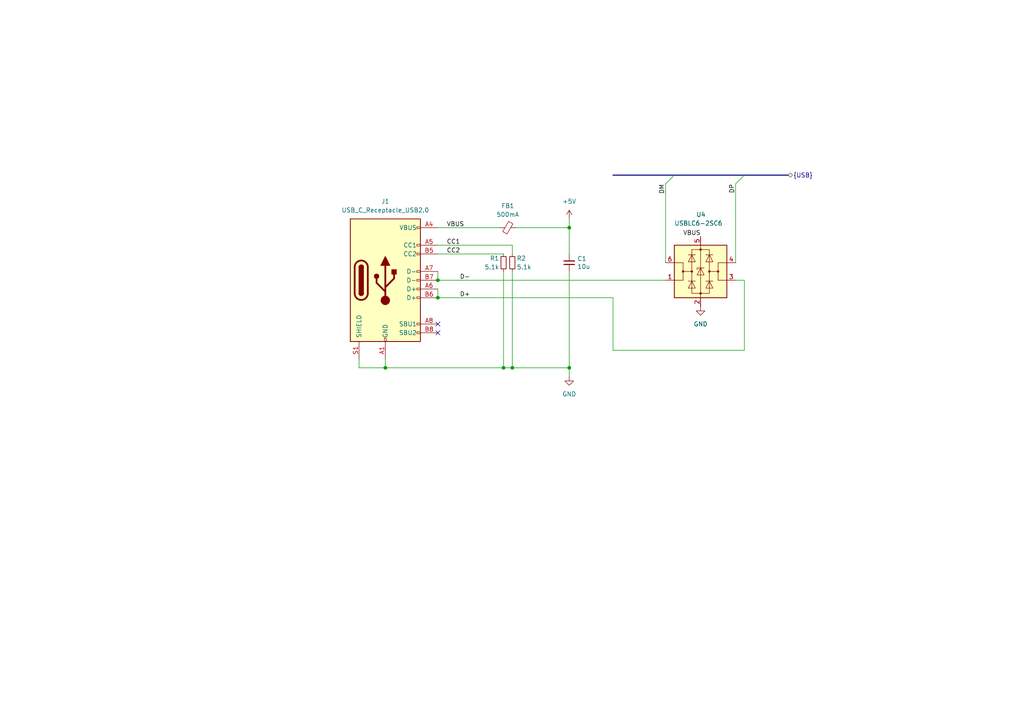
<source format=kicad_sch>
(kicad_sch (version 20211123) (generator eeschema)
  (paper "A4")
  (lib_symbols
    (symbol "Connector:USB_C_Receptacle_USB2.0" (pin_names (offset 1.016))
      (property "Reference" "J" (at -10.16 19.05 0))
      (property "Value" "USB_C_Receptacle_USB2.0" (at 19.05 19.05 0))
      (symbol "USB_C_Receptacle_USB2.0_0_0"
        (rectangle (start -0.254 -17.78) (end 0.254 -16.764))
        (rectangle (start 10.16 -14.986) (end 9.144 -15.494))
        (rectangle (start 10.16 -12.446) (end 9.144 -12.954))
        (rectangle (start 10.16 -4.826) (end 9.144 -5.334))
        (rectangle (start 10.16 -2.286) (end 9.144 -2.794))
        (rectangle (start 10.16 0.254) (end 9.144 -0.254))
        (rectangle (start 10.16 2.794) (end 9.144 2.286))
        (rectangle (start 10.16 7.874) (end 9.144 7.366))
        (rectangle (start 10.16 10.414) (end 9.144 9.906))
        (rectangle (start 10.16 15.494) (end 9.144 14.986))
      )
      (symbol "USB_C_Receptacle_USB2.0_0_1"
        (rectangle (start -10.16 17.78) (end 10.16 -17.78) (stroke (width 0.254)) (fill (type background)))
        (arc (start -8.89 -3.81) (mid -6.985 -5.715) (end -5.08 -3.81) (stroke (width 0.508)))
        (arc (start -7.62 -3.81) (mid -6.985 -4.445) (end -6.35 -3.81) (stroke (width 0.254)))
        (arc (start -7.62 -3.81) (mid -6.985 -4.445) (end -6.35 -3.81) (stroke (width 0.254)) (fill (type outline)))
        (rectangle (start -7.62 -3.81) (end -6.35 3.81) (stroke (width 0.254)) (fill (type outline)))
        (arc (start -6.35 3.81) (mid -6.985 4.445) (end -7.62 3.81) (stroke (width 0.254)))
        (arc (start -6.35 3.81) (mid -6.985 4.445) (end -7.62 3.81) (stroke (width 0.254)) (fill (type outline)))
        (arc (start -5.08 3.81) (mid -6.985 5.715) (end -8.89 3.81) (stroke (width 0.508)))
        (circle (center -2.54 1.143) (radius 0.635) (stroke (width 0.254)) (fill (type outline)))
        (circle (center 0 -5.842) (radius 1.27) (fill (type outline)))
        (polyline (pts (xy -8.89 -3.81) (xy -8.89 3.81)) (stroke (width 0.508)))
        (polyline (pts (xy -5.08 3.81) (xy -5.08 -3.81)) (stroke (width 0.508)))
        (polyline (pts (xy 0 -5.842) (xy 0 4.318)) (stroke (width 0.508)))
        (polyline (pts (xy 0 -3.302) (xy -2.54 -0.762) (xy -2.54 0.508)) (stroke (width 0.508)))
        (polyline (pts (xy 0 -2.032) (xy 2.54 0.508) (xy 2.54 1.778)) (stroke (width 0.508)))
        (polyline (pts (xy -1.27 4.318) (xy 0 6.858) (xy 1.27 4.318) (xy -1.27 4.318)) (stroke (width 0.254)) (fill (type outline)))
        (rectangle (start 1.905 1.778) (end 3.175 3.048) (stroke (width 0.254)) (fill (type outline)))
      )
      (symbol "USB_C_Receptacle_USB2.0_1_1"
        (pin passive line (at 0 -22.86 90) (length 5.08) (name "GND") (number "A1"))
        (pin passive line (at 0 -22.86 90) (length 5.08) hide (name "GND") (number "A12"))
        (pin passive line (at 15.24 15.24 180) (length 5.08) (name "VBUS") (number "A4"))
        (pin bidirectional line (at 15.24 10.16 180) (length 5.08) (name "CC1") (number "A5"))
        (pin bidirectional line (at 15.24 -2.54 180) (length 5.08) (name "D+") (number "A6"))
        (pin bidirectional line (at 15.24 2.54 180) (length 5.08) (name "D-") (number "A7"))
        (pin bidirectional line (at 15.24 -12.7 180) (length 5.08) (name "SBU1") (number "A8"))
        (pin passive line (at 15.24 15.24 180) (length 5.08) hide (name "VBUS") (number "A9"))
        (pin passive line (at 0 -22.86 90) (length 5.08) hide (name "GND") (number "B1"))
        (pin passive line (at 0 -22.86 90) (length 5.08) hide (name "GND") (number "B12"))
        (pin passive line (at 15.24 15.24 180) (length 5.08) hide (name "VBUS") (number "B4"))
        (pin bidirectional line (at 15.24 7.62 180) (length 5.08) (name "CC2") (number "B5"))
        (pin bidirectional line (at 15.24 -5.08 180) (length 5.08) (name "D+") (number "B6"))
        (pin bidirectional line (at 15.24 0 180) (length 5.08) (name "D-") (number "B7"))
        (pin bidirectional line (at 15.24 -15.24 180) (length 5.08) (name "SBU2") (number "B8"))
        (pin passive line (at 15.24 15.24 180) (length 5.08) hide (name "VBUS") (number "B9"))
        (pin passive line (at -7.62 -22.86 90) (length 5.08) (name "SHIELD") (number "S1"))
      )
    )
    (symbol "Device:C_Small" (pin_numbers hide) (pin_names (offset 0.254) hide)
      (property "Reference" "C" (at 0.254 1.778 0))
      (property "Value" "C_Small" (at 0.254 -2.032 0))
      (symbol "C_Small_0_1"
        (polyline (pts (xy -1.524 -0.508) (xy 1.524 -0.508)) (stroke (width 0.3302)))
        (polyline (pts (xy -1.524 0.508) (xy 1.524 0.508)) (stroke (width 0.3048)))
      )
      (symbol "C_Small_1_1"
        (pin passive line (at 0 2.54 270) (length 2.032) (name "~") (number "1"))
        (pin passive line (at 0 -2.54 90) (length 2.032) (name "~") (number "2"))
      )
    )
    (symbol "Device:FerriteBead_Small" (pin_numbers hide) (pin_names (offset 0))
      (property "Reference" "FB" (at 1.905 1.27 0))
      (property "Value" "FerriteBead_Small" (at 1.905 -1.27 0))
      (symbol "FerriteBead_Small_0_1"
        (polyline (pts (xy 0 -1.27) (xy 0 -0.7874)))
        (polyline (pts (xy 0 0.889) (xy 0 1.2954)))
        (polyline (pts (xy -1.8288 0.2794) (xy -1.1176 1.4986) (xy 1.8288 -0.2032) (xy 1.1176 -1.4224) (xy -1.8288 0.2794)))
      )
      (symbol "FerriteBead_Small_1_1"
        (pin passive line (at 0 2.54 270) (length 1.27) (name "~") (number "1"))
        (pin passive line (at 0 -2.54 90) (length 1.27) (name "~") (number "2"))
      )
    )
    (symbol "Device:R_Small" (pin_numbers hide) (pin_names (offset 0.254) hide)
      (property "Reference" "R" (at 0.762 0.508 0))
      (property "Value" "R_Small" (at 0.762 -1.016 0))
      (symbol "R_Small_0_1"
        (rectangle (start -0.762 1.778) (end 0.762 -1.778) (stroke (width 0.2032)))
      )
      (symbol "R_Small_1_1"
        (pin passive line (at 0 2.54 270) (length 0.762) (name "~") (number "1"))
        (pin passive line (at 0 -2.54 90) (length 0.762) (name "~") (number "2"))
      )
    )
    (symbol "Power_Protection:USBLC6-2SC6" (pin_names hide)
      (property "Reference" "U" (at 2.54 8.89 0))
      (property "Value" "USBLC6-2SC6" (at 2.54 -8.89 0))
      (symbol "USBLC6-2SC6_0_1"
        (rectangle (start -7.62 -7.62) (end 7.62 7.62) (stroke (width 0.254)) (fill (type background)))
        (circle (center -5.08 0) (radius 0.254) (fill (type outline)))
        (circle (center -2.54 0) (radius 0.254) (fill (type outline)))
        (rectangle (start -2.54 6.35) (end 2.54 -6.35))
        (circle (center 0 -6.35) (radius 0.254) (fill (type outline)))
        (polyline (pts (xy -5.08 -2.54) (xy -7.62 -2.54)))
        (polyline (pts (xy -5.08 0) (xy -5.08 -2.54)))
        (polyline (pts (xy -5.08 2.54) (xy -7.62 2.54)))
        (polyline (pts (xy -1.524 -2.794) (xy -3.556 -2.794)))
        (polyline (pts (xy -1.524 4.826) (xy -3.556 4.826)))
        (polyline (pts (xy 0 -7.62) (xy 0 -6.35)))
        (polyline (pts (xy 0 -6.35) (xy 0 1.27)))
        (polyline (pts (xy 0 1.27) (xy 0 6.35)))
        (polyline (pts (xy 0 6.35) (xy 0 7.62)))
        (polyline (pts (xy 1.524 -2.794) (xy 3.556 -2.794)))
        (polyline (pts (xy 1.524 4.826) (xy 3.556 4.826)))
        (polyline (pts (xy 5.08 -2.54) (xy 7.62 -2.54)))
        (polyline (pts (xy 5.08 0) (xy 5.08 -2.54)))
        (polyline (pts (xy 5.08 2.54) (xy 7.62 2.54)))
        (polyline (pts (xy -2.54 0) (xy -5.08 0) (xy -5.08 2.54)))
        (polyline (pts (xy 2.54 0) (xy 5.08 0) (xy 5.08 2.54)))
        (polyline (pts (xy -3.556 -4.826) (xy -1.524 -4.826) (xy -2.54 -2.794) (xy -3.556 -4.826)))
        (polyline (pts (xy -3.556 2.794) (xy -1.524 2.794) (xy -2.54 4.826) (xy -3.556 2.794)))
        (polyline (pts (xy -1.016 -1.016) (xy 1.016 -1.016) (xy 0 1.016) (xy -1.016 -1.016)))
        (polyline (pts (xy 1.016 1.016) (xy 0.762 1.016) (xy -1.016 1.016) (xy -1.016 0.508)))
        (polyline (pts (xy 3.556 -4.826) (xy 1.524 -4.826) (xy 2.54 -2.794) (xy 3.556 -4.826)))
        (polyline (pts (xy 3.556 2.794) (xy 1.524 2.794) (xy 2.54 4.826) (xy 3.556 2.794)))
        (circle (center 0 6.35) (radius 0.254) (fill (type outline)))
        (circle (center 2.54 0) (radius 0.254) (fill (type outline)))
        (circle (center 5.08 0) (radius 0.254) (fill (type outline)))
      )
      (symbol "USBLC6-2SC6_1_1"
        (pin passive line (at -10.16 -2.54 0) (length 2.54) (name "I/O1") (number "1"))
        (pin passive line (at 0 -10.16 90) (length 2.54) (name "GND") (number "2"))
        (pin passive line (at 10.16 -2.54 180) (length 2.54) (name "I/O2") (number "3"))
        (pin passive line (at 10.16 2.54 180) (length 2.54) (name "I/O2") (number "4"))
        (pin passive line (at 0 10.16 270) (length 2.54) (name "VBUS") (number "5"))
        (pin passive line (at -10.16 2.54 0) (length 2.54) (name "I/O1") (number "6"))
      )
    )
    (symbol "power:+5V" (power) (pin_names (offset 0))
      (property "Value" "+5V" (at 0 3.556 0))
      (symbol "+5V_0_1"
        (polyline (pts (xy -0.762 1.27) (xy 0 2.54)))
        (polyline (pts (xy 0 0) (xy 0 2.54)))
        (polyline (pts (xy 0 2.54) (xy 0.762 1.27)))
      )
      (symbol "+5V_1_1"
        (pin power_in line (at 0 0 90) (length 0) hide (name "+5V") (number "1"))
      )
    )
    (symbol "power:GND" (power) (pin_names (offset 0))
      (property "Value" "GND" (at 0 -3.81 0))
      (symbol "GND_0_1"
        (polyline (pts (xy 0 0) (xy 0 -1.27) (xy 1.27 -1.27) (xy 0 -2.54) (xy -1.27 -1.27) (xy 0 -1.27)))
      )
      (symbol "GND_1_1"
        (pin power_in line (at 0 0 270) (length 0) hide (name "GND") (number "1"))
      )
    )
  )
  (junction (at 148.59 106.68))
  (junction (at 165.1 106.68))
  (junction (at 111.76 106.68))
  (junction (at 165.1 66.04))
  (junction (at 146.05 106.68))
  (junction (at 127 81.28))
  (junction (at 127 86.36))
  (no_connect (at 127 96.52))
  (no_connect (at 127 93.98))
  (bus_entry (at 193.04 53.34) (size 2.54 -2.54))
  (bus_entry (at 213.36 53.34) (size 2.54 -2.54))
  (wire (pts (xy 148.59 106.68) (xy 165.1 106.68)))
  (wire (pts (xy 127 83.82) (xy 127 86.36)))
  (wire (pts (xy 104.14 106.68) (xy 111.76 106.68)))
  (wire (pts (xy 165.1 66.04) (xy 165.1 73.66)))
  (wire (pts (xy 111.76 106.68) (xy 111.76 104.14)))
  (wire (pts (xy 127 86.36) (xy 177.8 86.36)))
  (bus (pts (xy 177.8 50.8) (xy 195.58 50.8)))
  (wire (pts (xy 148.59 78.74) (xy 148.59 106.68)))
  (bus (pts (xy 215.9 50.8) (xy 228.6 50.8)))
  (wire (pts (xy 177.8 101.6) (xy 215.9 101.6)))
  (wire (pts (xy 104.14 106.68) (xy 104.14 104.14)))
  (wire (pts (xy 127 78.74) (xy 127 81.28)))
  (wire (pts (xy 148.59 71.12) (xy 148.59 73.66)))
  (wire (pts (xy 215.9 81.28) (xy 213.36 81.28)))
  (wire (pts (xy 127 81.28) (xy 193.04 81.28)))
  (bus (pts (xy 195.58 50.8) (xy 215.9 50.8)))
  (wire (pts (xy 148.59 106.68) (xy 146.05 106.68)))
  (wire (pts (xy 165.1 109.22) (xy 165.1 106.68)))
  (wire (pts (xy 127 66.04) (xy 144.78 66.04)))
  (wire (pts (xy 146.05 78.74) (xy 146.05 106.68)))
  (wire (pts (xy 215.9 101.6) (xy 215.9 81.28)))
  (wire (pts (xy 165.1 63.5) (xy 165.1 66.04)))
  (wire (pts (xy 127 73.66) (xy 146.05 73.66)))
  (wire (pts (xy 127 71.12) (xy 148.59 71.12)))
  (wire (pts (xy 146.05 106.68) (xy 111.76 106.68)))
  (wire (pts (xy 213.36 53.34) (xy 213.36 76.2)))
  (wire (pts (xy 165.1 78.74) (xy 165.1 106.68)))
  (wire (pts (xy 193.04 53.34) (xy 193.04 76.2)))
  (wire (pts (xy 177.8 86.36) (xy 177.8 101.6)))
  (wire (pts (xy 149.86 66.04) (xy 165.1 66.04)))
  (label "D+" (at 133.35 86.36 0))
  (label "VBUS" (at 203.2 68.58 180))
  (label "DP" (at 213.36 53.34 270))
  (label "VBUS" (at 129.54 66.04 0))
  (label "DM" (at 193.04 53.34 270))
  (label "CC1" (at 129.54 71.12 0))
  (label "D-" (at 133.35 81.28 0))
  (label "CC2" (at 129.54 73.66 0))
  (hierarchical_label "{USB}" (shape bidirectional) (at 228.6 50.8 0))
  (symbol (lib_id "power:GND") (at 203.2 88.9 0) (unit 1)
    (property "Reference" "#PWR034" (effects hide))
    (property "Value" "GND" (at 203.2 93.98 0))
  )
  (symbol (lib_id "power:GND") (at 165.1 109.22 0) (unit 1)
    (property "Reference" "#PWR02" (effects hide))
    (property "Value" "GND" (at 165.1 114.3 0))
  )
  (symbol (lib_id "Device:R_Small") (at 148.59 76.2 180) (unit 1)
    (property "Reference" "R2" (at 149.86 74.93 0) (effects (justify right)))
    (property "Value" "5.1k" (at 149.86 77.47 0) (effects (justify right)))
    (property "Footprint" "Resistor_SMD:R_0603_1608Metric" (effects hide))
  )
  (symbol (lib_id "Device:FerriteBead_Small") (at 147.32 66.04 90) (unit 1)
    (property "Reference" "FB1" (at 147.2819 59.69 90))
    (property "Value" "500mA" (at 147.2819 62.23 90))
    (property "Footprint" "Inductor_SMD:L_0805_2012Metric" (effects hide))
  )
  (symbol (lib_id "Connector:USB_C_Receptacle_USB2.0") (at 111.76 81.28 0) (unit 1)
    (property "Reference" "J1" (at 111.76 58.42 0))
    (property "Value" "USB_C_Receptacle_USB2.0" (at 111.76 60.96 0))
    (property "Footprint" "Connector_USB:USB_C_Receptacle_HRO_TYPE-C-31-M-12" (effects hide))
    (property "Datasheet" "https://www.usb.org/sites/default/files/documents/usb_type-c.zip" (effects hide))
  )
  (symbol (lib_id "Power_Protection:USBLC6-2SC6") (at 203.2 78.74 0) (unit 1)
    (property "Reference" "U4" (at 201.93 62.23 0) (effects (justify left)))
    (property "Value" "USBLC6-2SC6" (at 195.58 64.77 0) (effects (justify left)))
    (property "Footprint" "Package_TO_SOT_SMD:SOT-23-6" (effects hide))
    (property "Datasheet" "https://www.st.com/resource/en/datasheet/usblc6-2.pdf" (effects hide))
  )
  (symbol (lib_id "Device:C_Small") (at 165.1 76.2 180) (unit 1)
    (property "Reference" "C1" (at 167.4368 75.0316 0) (effects (justify right)))
    (property "Value" "10u" (at 167.4368 77.343 0) (effects (justify right)))
    (property "Footprint" "Capacitor_SMD:C_0805_2012Metric" (effects hide))
  )
  (symbol (lib_id "Device:R_Small") (at 146.05 76.2 0) (unit 1)
    (property "Reference" "R1" (at 144.78 74.93 0) (effects (justify right)))
    (property "Value" "5.1k" (at 144.78 77.47 0) (effects (justify right)))
    (property "Footprint" "Resistor_SMD:R_0603_1608Metric" (effects hide))
  )
  (symbol (lib_id "power:+5V") (at 165.1 63.5 0) (unit 1)
    (property "Reference" "#PWR01" (effects hide))
    (property "Value" "+5V" (at 165.1 58.42 0))
  )
)
</source>
